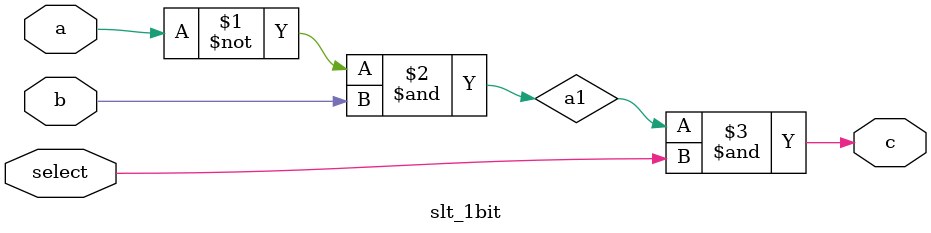
<source format=v>
module slt_1bit(c,a,b,select);
input a,b,select;
output c;
wire a1,a2;
and (a1,~a,b);
and(c,a1,select);
endmodule

</source>
